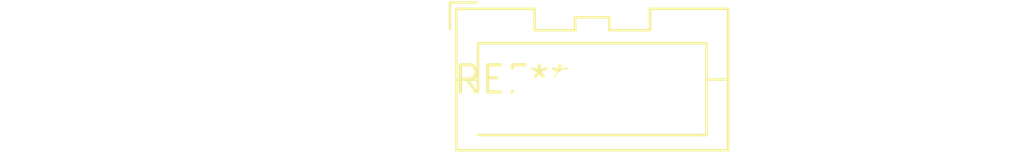
<source format=kicad_pcb>
(kicad_pcb (version 20240108) (generator pcbnew)
  (layers (0 "F.Cu" signal) (31 "B.Cu" signal) (34 "B.Paste" user) (35 "F.Paste" user) (36 "B.SilkS" user "B.Silkscreen") (37 "F.SilkS" user "F.Silkscreen") (38 "B.Mask" user) (39 "F.Mask" user) (44 "Edge.Cuts" user))
  (net 0 "")
  (footprint "JST_XA_B04B-XASK-1-A_1x04_P2.50mm_Vertical" (layer "F.Cu") (at 0 0)
    (property "Reference" "REF**")
    (property "Value" "JST_XA_B04B-XASK-1-A_1x04_P2.50mm_Vertical")
    (fp_line (start -2.91 -3.61) (end -2.91 -2.36) (layer "F.SilkS") (stroke (width 0.12)))
    (fp_line (start -2.61 -3.31) (end -2.61 3.31) (layer "F.SilkS") (stroke (width 0.12)))
    (fp_line (start -2.61 0) (end -1.6 0) (layer "F.SilkS") (stroke (width 0.12)))
    (fp_line (start -2.61 3.31) (end 10.11 3.31) (layer "F.SilkS") (stroke (width 0.12)))
    (fp_line (start -1.66 -3.61) (end -2.91 -3.61) (layer "F.SilkS") (stroke (width 0.12)))
    (fp_line (start -1.6 -1.7) (end 9.1 -1.7) (layer "F.SilkS") (stroke (width 0.12)))
    (fp_line (start -1.6 0.6) (end -1.6 -1.7) (layer "F.SilkS") (stroke (width 0.12)))
    (fp_line (start 1.05 -3.31) (end -2.61 -3.31) (layer "F.SilkS") (stroke (width 0.12)))
    (fp_line (start 1.05 -2.31) (end 1.05 -3.31) (layer "F.SilkS") (stroke (width 0.12)))
    (fp_line (start 2.95 -2.91) (end 2.95 -2.31) (layer "F.SilkS") (stroke (width 0.12)))
    (fp_line (start 2.95 -2.31) (end 1.05 -2.31) (layer "F.SilkS") (stroke (width 0.12)))
    (fp_line (start 4.55 -2.91) (end 2.95 -2.91) (layer "F.SilkS") (stroke (width 0.12)))
    (fp_line (start 4.55 -2.31) (end 4.55 -2.91) (layer "F.SilkS") (stroke (width 0.12)))
    (fp_line (start 6.45 -3.31) (end 6.45 -2.31) (layer "F.SilkS") (stroke (width 0.12)))
    (fp_line (start 6.45 -2.31) (end 4.55 -2.31) (layer "F.SilkS") (stroke (width 0.12)))
    (fp_line (start 9.1 -1.7) (end 9.1 2.6) (layer "F.SilkS") (stroke (width 0.12)))
    (fp_line (start 9.1 2.6) (end -1.6 2.6) (layer "F.SilkS") (stroke (width 0.12)))
    (fp_line (start 10.11 -3.31) (end 6.45 -3.31) (layer "F.SilkS") (stroke (width 0.12)))
    (fp_line (start 10.11 0) (end 9.1 0) (layer "F.SilkS") (stroke (width 0.12)))
    (fp_line (start 10.11 3.31) (end 10.11 -3.31) (layer "F.SilkS") (stroke (width 0.12)))
    (pad "" np_thru_hole circle (at -1.6 1.6) (size 1.25 1.25) (drill 1.25) (layers *.Cu *.Mask))
    (pad "1" thru_hole roundrect (at 0 0) (size 1.7 1.95) (drill 0.95) (layers *.Cu *.Mask) (remove_unused_layers) (roundrect_rratio 0.147059))
    (pad "2" thru_hole oval (at 2.5 0) (size 1.7 1.95) (drill 0.95) (layers *.Cu *.Mask) (remove_unused_layers))
    (pad "3" thru_hole oval (at 5 0) (size 1.7 1.95) (drill 0.95) (layers *.Cu *.Mask) (remove_unused_layers))
    (pad "4" thru_hole oval (at 7.5 0) (size 1.7 1.95) (drill 0.95) (layers *.Cu *.Mask) (remove_unused_layers))
  )
)
</source>
